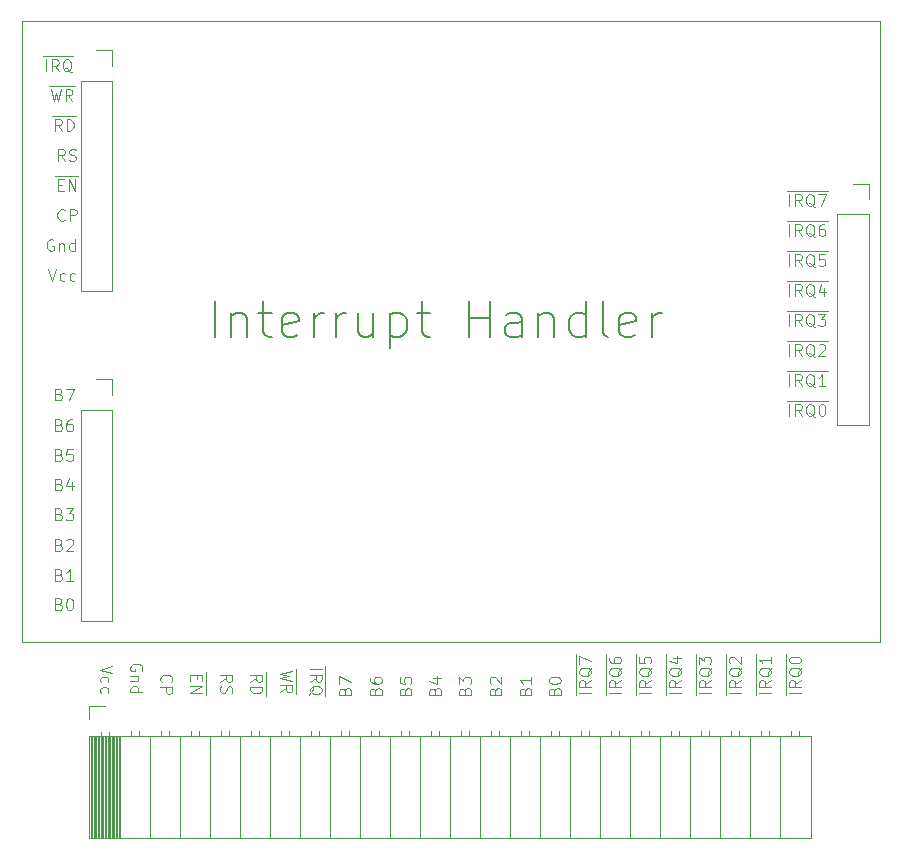
<source format=gbr>
%TF.GenerationSoftware,KiCad,Pcbnew,(6.0.0-0)*%
%TF.CreationDate,2022-10-19T23:34:28-04:00*%
%TF.ProjectId,Backplane-Interrupt-Handler,4261636b-706c-4616-9e65-2d496e746572,rev?*%
%TF.SameCoordinates,Original*%
%TF.FileFunction,Legend,Top*%
%TF.FilePolarity,Positive*%
%FSLAX46Y46*%
G04 Gerber Fmt 4.6, Leading zero omitted, Abs format (unit mm)*
G04 Created by KiCad (PCBNEW (6.0.0-0)) date 2022-10-19 23:34:28*
%MOMM*%
%LPD*%
G01*
G04 APERTURE LIST*
%ADD10C,0.100000*%
%ADD11C,0.150000*%
%ADD12C,0.120000*%
G04 APERTURE END LIST*
D10*
X176350000Y-60712000D02*
X103678000Y-60712000D01*
X103678000Y-60712000D02*
X103678000Y-113304000D01*
X103678000Y-113304000D02*
X176350000Y-113304000D01*
X176350000Y-113304000D02*
X176350000Y-60712000D01*
X115486857Y-116698523D02*
X115439238Y-116650904D01*
X115391619Y-116508047D01*
X115391619Y-116412809D01*
X115439238Y-116269952D01*
X115534476Y-116174714D01*
X115629714Y-116127095D01*
X115820190Y-116079476D01*
X115963047Y-116079476D01*
X116153523Y-116127095D01*
X116248761Y-116174714D01*
X116344000Y-116269952D01*
X116391619Y-116412809D01*
X116391619Y-116508047D01*
X116344000Y-116650904D01*
X116296380Y-116698523D01*
X115391619Y-117127095D02*
X116391619Y-117127095D01*
X116391619Y-117508047D01*
X116344000Y-117603285D01*
X116296380Y-117650904D01*
X116201142Y-117698523D01*
X116058285Y-117698523D01*
X115963047Y-117650904D01*
X115915428Y-117603285D01*
X115867809Y-117508047D01*
X115867809Y-117127095D01*
X106808428Y-102484571D02*
X106951285Y-102532190D01*
X106998904Y-102579809D01*
X107046523Y-102675047D01*
X107046523Y-102817904D01*
X106998904Y-102913142D01*
X106951285Y-102960761D01*
X106856047Y-103008380D01*
X106475095Y-103008380D01*
X106475095Y-102008380D01*
X106808428Y-102008380D01*
X106903666Y-102056000D01*
X106951285Y-102103619D01*
X106998904Y-102198857D01*
X106998904Y-102294095D01*
X106951285Y-102389333D01*
X106903666Y-102436952D01*
X106808428Y-102484571D01*
X106475095Y-102484571D01*
X107379857Y-102008380D02*
X107998904Y-102008380D01*
X107665571Y-102389333D01*
X107808428Y-102389333D01*
X107903666Y-102436952D01*
X107951285Y-102484571D01*
X107998904Y-102579809D01*
X107998904Y-102817904D01*
X107951285Y-102913142D01*
X107903666Y-102960761D01*
X107808428Y-103008380D01*
X107522714Y-103008380D01*
X107427476Y-102960761D01*
X107379857Y-102913142D01*
X126834000Y-115609000D02*
X126834000Y-116751857D01*
X126551619Y-115751857D02*
X125551619Y-115989952D01*
X126265904Y-116180428D01*
X125551619Y-116370904D01*
X126551619Y-116609000D01*
X126834000Y-116751857D02*
X126834000Y-117751857D01*
X125551619Y-117561380D02*
X126027809Y-117228047D01*
X125551619Y-116989952D02*
X126551619Y-116989952D01*
X126551619Y-117370904D01*
X126504000Y-117466142D01*
X126456380Y-117513761D01*
X126361142Y-117561380D01*
X126218285Y-117561380D01*
X126123047Y-117513761D01*
X126075428Y-117466142D01*
X126027809Y-117370904D01*
X126027809Y-116989952D01*
X106808428Y-107624571D02*
X106951285Y-107672190D01*
X106998904Y-107719809D01*
X107046523Y-107815047D01*
X107046523Y-107957904D01*
X106998904Y-108053142D01*
X106951285Y-108100761D01*
X106856047Y-108148380D01*
X106475095Y-108148380D01*
X106475095Y-107148380D01*
X106808428Y-107148380D01*
X106903666Y-107196000D01*
X106951285Y-107243619D01*
X106998904Y-107338857D01*
X106998904Y-107434095D01*
X106951285Y-107529333D01*
X106903666Y-107576952D01*
X106808428Y-107624571D01*
X106475095Y-107624571D01*
X107998904Y-108148380D02*
X107427476Y-108148380D01*
X107713190Y-108148380D02*
X107713190Y-107148380D01*
X107617952Y-107291238D01*
X107522714Y-107386476D01*
X107427476Y-107434095D01*
X119214000Y-115889000D02*
X119214000Y-116793761D01*
X118455428Y-116127095D02*
X118455428Y-116460428D01*
X117931619Y-116603285D02*
X117931619Y-116127095D01*
X118931619Y-116127095D01*
X118931619Y-116603285D01*
X119214000Y-116793761D02*
X119214000Y-117841380D01*
X117931619Y-117031857D02*
X118931619Y-117031857D01*
X117931619Y-117603285D01*
X118931619Y-117603285D01*
X106808428Y-105084571D02*
X106951285Y-105132190D01*
X106998904Y-105179809D01*
X107046523Y-105275047D01*
X107046523Y-105417904D01*
X106998904Y-105513142D01*
X106951285Y-105560761D01*
X106856047Y-105608380D01*
X106475095Y-105608380D01*
X106475095Y-104608380D01*
X106808428Y-104608380D01*
X106903666Y-104656000D01*
X106951285Y-104703619D01*
X106998904Y-104798857D01*
X106998904Y-104894095D01*
X106951285Y-104989333D01*
X106903666Y-105036952D01*
X106808428Y-105084571D01*
X106475095Y-105084571D01*
X107427476Y-104703619D02*
X107475095Y-104656000D01*
X107570333Y-104608380D01*
X107808428Y-104608380D01*
X107903666Y-104656000D01*
X107951285Y-104703619D01*
X107998904Y-104798857D01*
X107998904Y-104894095D01*
X107951285Y-105036952D01*
X107379857Y-105608380D01*
X107998904Y-105608380D01*
X141142571Y-117463571D02*
X141190190Y-117320714D01*
X141237809Y-117273095D01*
X141333047Y-117225476D01*
X141475904Y-117225476D01*
X141571142Y-117273095D01*
X141618761Y-117320714D01*
X141666380Y-117415952D01*
X141666380Y-117796904D01*
X140666380Y-117796904D01*
X140666380Y-117463571D01*
X140714000Y-117368333D01*
X140761619Y-117320714D01*
X140856857Y-117273095D01*
X140952095Y-117273095D01*
X141047333Y-117320714D01*
X141094952Y-117368333D01*
X141142571Y-117463571D01*
X141142571Y-117796904D01*
X140666380Y-116892142D02*
X140666380Y-116273095D01*
X141047333Y-116606428D01*
X141047333Y-116463571D01*
X141094952Y-116368333D01*
X141142571Y-116320714D01*
X141237809Y-116273095D01*
X141475904Y-116273095D01*
X141571142Y-116320714D01*
X141618761Y-116368333D01*
X141666380Y-116463571D01*
X141666380Y-116749285D01*
X141618761Y-116844523D01*
X141571142Y-116892142D01*
D11*
X119969714Y-87463142D02*
X119969714Y-84463142D01*
X121398285Y-85463142D02*
X121398285Y-87463142D01*
X121398285Y-85748857D02*
X121541142Y-85606000D01*
X121826857Y-85463142D01*
X122255428Y-85463142D01*
X122541142Y-85606000D01*
X122684000Y-85891714D01*
X122684000Y-87463142D01*
X123684000Y-85463142D02*
X124826857Y-85463142D01*
X124112571Y-84463142D02*
X124112571Y-87034571D01*
X124255428Y-87320285D01*
X124541142Y-87463142D01*
X124826857Y-87463142D01*
X126969714Y-87320285D02*
X126684000Y-87463142D01*
X126112571Y-87463142D01*
X125826857Y-87320285D01*
X125684000Y-87034571D01*
X125684000Y-85891714D01*
X125826857Y-85606000D01*
X126112571Y-85463142D01*
X126684000Y-85463142D01*
X126969714Y-85606000D01*
X127112571Y-85891714D01*
X127112571Y-86177428D01*
X125684000Y-86463142D01*
X128398285Y-87463142D02*
X128398285Y-85463142D01*
X128398285Y-86034571D02*
X128541142Y-85748857D01*
X128684000Y-85606000D01*
X128969714Y-85463142D01*
X129255428Y-85463142D01*
X130255428Y-87463142D02*
X130255428Y-85463142D01*
X130255428Y-86034571D02*
X130398285Y-85748857D01*
X130541142Y-85606000D01*
X130826857Y-85463142D01*
X131112571Y-85463142D01*
X133398285Y-85463142D02*
X133398285Y-87463142D01*
X132112571Y-85463142D02*
X132112571Y-87034571D01*
X132255428Y-87320285D01*
X132541142Y-87463142D01*
X132969714Y-87463142D01*
X133255428Y-87320285D01*
X133398285Y-87177428D01*
X134826857Y-85463142D02*
X134826857Y-88463142D01*
X134826857Y-85606000D02*
X135112571Y-85463142D01*
X135684000Y-85463142D01*
X135969714Y-85606000D01*
X136112571Y-85748857D01*
X136255428Y-86034571D01*
X136255428Y-86891714D01*
X136112571Y-87177428D01*
X135969714Y-87320285D01*
X135684000Y-87463142D01*
X135112571Y-87463142D01*
X134826857Y-87320285D01*
X137112571Y-85463142D02*
X138255428Y-85463142D01*
X137541142Y-84463142D02*
X137541142Y-87034571D01*
X137684000Y-87320285D01*
X137969714Y-87463142D01*
X138255428Y-87463142D01*
X141541142Y-87463142D02*
X141541142Y-84463142D01*
X141541142Y-85891714D02*
X143255428Y-85891714D01*
X143255428Y-87463142D02*
X143255428Y-84463142D01*
X145969714Y-87463142D02*
X145969714Y-85891714D01*
X145826857Y-85606000D01*
X145541142Y-85463142D01*
X144969714Y-85463142D01*
X144684000Y-85606000D01*
X145969714Y-87320285D02*
X145684000Y-87463142D01*
X144969714Y-87463142D01*
X144684000Y-87320285D01*
X144541142Y-87034571D01*
X144541142Y-86748857D01*
X144684000Y-86463142D01*
X144969714Y-86320285D01*
X145684000Y-86320285D01*
X145969714Y-86177428D01*
X147398285Y-85463142D02*
X147398285Y-87463142D01*
X147398285Y-85748857D02*
X147541142Y-85606000D01*
X147826857Y-85463142D01*
X148255428Y-85463142D01*
X148541142Y-85606000D01*
X148684000Y-85891714D01*
X148684000Y-87463142D01*
X151398285Y-87463142D02*
X151398285Y-84463142D01*
X151398285Y-87320285D02*
X151112571Y-87463142D01*
X150541142Y-87463142D01*
X150255428Y-87320285D01*
X150112571Y-87177428D01*
X149969714Y-86891714D01*
X149969714Y-86034571D01*
X150112571Y-85748857D01*
X150255428Y-85606000D01*
X150541142Y-85463142D01*
X151112571Y-85463142D01*
X151398285Y-85606000D01*
X153255428Y-87463142D02*
X152969714Y-87320285D01*
X152826857Y-87034571D01*
X152826857Y-84463142D01*
X155541142Y-87320285D02*
X155255428Y-87463142D01*
X154684000Y-87463142D01*
X154398285Y-87320285D01*
X154255428Y-87034571D01*
X154255428Y-85891714D01*
X154398285Y-85606000D01*
X154684000Y-85463142D01*
X155255428Y-85463142D01*
X155541142Y-85606000D01*
X155684000Y-85891714D01*
X155684000Y-86177428D01*
X154255428Y-86463142D01*
X156969714Y-87463142D02*
X156969714Y-85463142D01*
X156969714Y-86034571D02*
X157112571Y-85748857D01*
X157255428Y-85606000D01*
X157541142Y-85463142D01*
X157826857Y-85463142D01*
D10*
X106816428Y-97464571D02*
X106959285Y-97512190D01*
X107006904Y-97559809D01*
X107054523Y-97655047D01*
X107054523Y-97797904D01*
X107006904Y-97893142D01*
X106959285Y-97940761D01*
X106864047Y-97988380D01*
X106483095Y-97988380D01*
X106483095Y-96988380D01*
X106816428Y-96988380D01*
X106911666Y-97036000D01*
X106959285Y-97083619D01*
X107006904Y-97178857D01*
X107006904Y-97274095D01*
X106959285Y-97369333D01*
X106911666Y-97416952D01*
X106816428Y-97464571D01*
X106483095Y-97464571D01*
X107959285Y-96988380D02*
X107483095Y-96988380D01*
X107435476Y-97464571D01*
X107483095Y-97416952D01*
X107578333Y-97369333D01*
X107816428Y-97369333D01*
X107911666Y-97416952D01*
X107959285Y-97464571D01*
X108006904Y-97559809D01*
X108006904Y-97797904D01*
X107959285Y-97893142D01*
X107911666Y-97940761D01*
X107816428Y-97988380D01*
X107578333Y-97988380D01*
X107483095Y-97940761D01*
X107435476Y-97893142D01*
X105491000Y-63706000D02*
X105967190Y-63706000D01*
X105729095Y-64988380D02*
X105729095Y-63988380D01*
X105967190Y-63706000D02*
X106967190Y-63706000D01*
X106776714Y-64988380D02*
X106443380Y-64512190D01*
X106205285Y-64988380D02*
X106205285Y-63988380D01*
X106586238Y-63988380D01*
X106681476Y-64036000D01*
X106729095Y-64083619D01*
X106776714Y-64178857D01*
X106776714Y-64321714D01*
X106729095Y-64416952D01*
X106681476Y-64464571D01*
X106586238Y-64512190D01*
X106205285Y-64512190D01*
X106967190Y-63706000D02*
X108014809Y-63706000D01*
X107871952Y-65083619D02*
X107776714Y-65036000D01*
X107681476Y-64940761D01*
X107538619Y-64797904D01*
X107443380Y-64750285D01*
X107348142Y-64750285D01*
X107395761Y-64988380D02*
X107300523Y-64940761D01*
X107205285Y-64845523D01*
X107157666Y-64655047D01*
X107157666Y-64321714D01*
X107205285Y-64131238D01*
X107300523Y-64036000D01*
X107395761Y-63988380D01*
X107586238Y-63988380D01*
X107681476Y-64036000D01*
X107776714Y-64131238D01*
X107824333Y-64321714D01*
X107824333Y-64655047D01*
X107776714Y-64845523D01*
X107681476Y-64940761D01*
X107586238Y-64988380D01*
X107395761Y-64988380D01*
X106798428Y-92334571D02*
X106941285Y-92382190D01*
X106988904Y-92429809D01*
X107036523Y-92525047D01*
X107036523Y-92667904D01*
X106988904Y-92763142D01*
X106941285Y-92810761D01*
X106846047Y-92858380D01*
X106465095Y-92858380D01*
X106465095Y-91858380D01*
X106798428Y-91858380D01*
X106893666Y-91906000D01*
X106941285Y-91953619D01*
X106988904Y-92048857D01*
X106988904Y-92144095D01*
X106941285Y-92239333D01*
X106893666Y-92286952D01*
X106798428Y-92334571D01*
X106465095Y-92334571D01*
X107369857Y-91858380D02*
X108036523Y-91858380D01*
X107607952Y-92858380D01*
X107290523Y-77573142D02*
X107242904Y-77620761D01*
X107100047Y-77668380D01*
X107004809Y-77668380D01*
X106861952Y-77620761D01*
X106766714Y-77525523D01*
X106719095Y-77430285D01*
X106671476Y-77239809D01*
X106671476Y-77096952D01*
X106719095Y-76906476D01*
X106766714Y-76811238D01*
X106861952Y-76716000D01*
X107004809Y-76668380D01*
X107100047Y-76668380D01*
X107242904Y-76716000D01*
X107290523Y-76763619D01*
X107719095Y-77668380D02*
X107719095Y-76668380D01*
X108100047Y-76668380D01*
X108195285Y-76716000D01*
X108242904Y-76763619D01*
X108290523Y-76858857D01*
X108290523Y-77001714D01*
X108242904Y-77096952D01*
X108195285Y-77144571D01*
X108100047Y-77192190D01*
X107719095Y-77192190D01*
X120471619Y-116698523D02*
X120947809Y-116365190D01*
X120471619Y-116127095D02*
X121471619Y-116127095D01*
X121471619Y-116508047D01*
X121424000Y-116603285D01*
X121376380Y-116650904D01*
X121281142Y-116698523D01*
X121138285Y-116698523D01*
X121043047Y-116650904D01*
X120995428Y-116603285D01*
X120947809Y-116508047D01*
X120947809Y-116127095D01*
X120519238Y-117079476D02*
X120471619Y-117222333D01*
X120471619Y-117460428D01*
X120519238Y-117555666D01*
X120566857Y-117603285D01*
X120662095Y-117650904D01*
X120757333Y-117650904D01*
X120852571Y-117603285D01*
X120900190Y-117555666D01*
X120947809Y-117460428D01*
X120995428Y-117269952D01*
X121043047Y-117174714D01*
X121090666Y-117127095D01*
X121185904Y-117079476D01*
X121281142Y-117079476D01*
X121376380Y-117127095D01*
X121424000Y-117174714D01*
X121471619Y-117269952D01*
X121471619Y-117508047D01*
X121424000Y-117650904D01*
X158174000Y-117841190D02*
X158174000Y-117365000D01*
X159456380Y-117603095D02*
X158456380Y-117603095D01*
X158174000Y-117365000D02*
X158174000Y-116365000D01*
X159456380Y-116555476D02*
X158980190Y-116888809D01*
X159456380Y-117126904D02*
X158456380Y-117126904D01*
X158456380Y-116745952D01*
X158504000Y-116650714D01*
X158551619Y-116603095D01*
X158646857Y-116555476D01*
X158789714Y-116555476D01*
X158884952Y-116603095D01*
X158932571Y-116650714D01*
X158980190Y-116745952D01*
X158980190Y-117126904D01*
X158174000Y-116365000D02*
X158174000Y-115317380D01*
X159551619Y-115460238D02*
X159504000Y-115555476D01*
X159408761Y-115650714D01*
X159265904Y-115793571D01*
X159218285Y-115888809D01*
X159218285Y-115984047D01*
X159456380Y-115936428D02*
X159408761Y-116031666D01*
X159313523Y-116126904D01*
X159123047Y-116174523D01*
X158789714Y-116174523D01*
X158599238Y-116126904D01*
X158504000Y-116031666D01*
X158456380Y-115936428D01*
X158456380Y-115745952D01*
X158504000Y-115650714D01*
X158599238Y-115555476D01*
X158789714Y-115507857D01*
X159123047Y-115507857D01*
X159313523Y-115555476D01*
X159408761Y-115650714D01*
X159456380Y-115745952D01*
X159456380Y-115936428D01*
X158174000Y-115317380D02*
X158174000Y-114365000D01*
X158789714Y-114650714D02*
X159456380Y-114650714D01*
X158408761Y-114888809D02*
X159123047Y-115126904D01*
X159123047Y-114507857D01*
X163254000Y-117841190D02*
X163254000Y-117365000D01*
X164536380Y-117603095D02*
X163536380Y-117603095D01*
X163254000Y-117365000D02*
X163254000Y-116365000D01*
X164536380Y-116555476D02*
X164060190Y-116888809D01*
X164536380Y-117126904D02*
X163536380Y-117126904D01*
X163536380Y-116745952D01*
X163584000Y-116650714D01*
X163631619Y-116603095D01*
X163726857Y-116555476D01*
X163869714Y-116555476D01*
X163964952Y-116603095D01*
X164012571Y-116650714D01*
X164060190Y-116745952D01*
X164060190Y-117126904D01*
X163254000Y-116365000D02*
X163254000Y-115317380D01*
X164631619Y-115460238D02*
X164584000Y-115555476D01*
X164488761Y-115650714D01*
X164345904Y-115793571D01*
X164298285Y-115888809D01*
X164298285Y-115984047D01*
X164536380Y-115936428D02*
X164488761Y-116031666D01*
X164393523Y-116126904D01*
X164203047Y-116174523D01*
X163869714Y-116174523D01*
X163679238Y-116126904D01*
X163584000Y-116031666D01*
X163536380Y-115936428D01*
X163536380Y-115745952D01*
X163584000Y-115650714D01*
X163679238Y-115555476D01*
X163869714Y-115507857D01*
X164203047Y-115507857D01*
X164393523Y-115555476D01*
X164488761Y-115650714D01*
X164536380Y-115745952D01*
X164536380Y-115936428D01*
X163254000Y-115317380D02*
X163254000Y-114365000D01*
X163631619Y-115126904D02*
X163584000Y-115079285D01*
X163536380Y-114984047D01*
X163536380Y-114745952D01*
X163584000Y-114650714D01*
X163631619Y-114603095D01*
X163726857Y-114555476D01*
X163822095Y-114555476D01*
X163964952Y-114603095D01*
X164536380Y-115174523D01*
X164536380Y-114555476D01*
X160714000Y-117841190D02*
X160714000Y-117365000D01*
X161996380Y-117603095D02*
X160996380Y-117603095D01*
X160714000Y-117365000D02*
X160714000Y-116365000D01*
X161996380Y-116555476D02*
X161520190Y-116888809D01*
X161996380Y-117126904D02*
X160996380Y-117126904D01*
X160996380Y-116745952D01*
X161044000Y-116650714D01*
X161091619Y-116603095D01*
X161186857Y-116555476D01*
X161329714Y-116555476D01*
X161424952Y-116603095D01*
X161472571Y-116650714D01*
X161520190Y-116745952D01*
X161520190Y-117126904D01*
X160714000Y-116365000D02*
X160714000Y-115317380D01*
X162091619Y-115460238D02*
X162044000Y-115555476D01*
X161948761Y-115650714D01*
X161805904Y-115793571D01*
X161758285Y-115888809D01*
X161758285Y-115984047D01*
X161996380Y-115936428D02*
X161948761Y-116031666D01*
X161853523Y-116126904D01*
X161663047Y-116174523D01*
X161329714Y-116174523D01*
X161139238Y-116126904D01*
X161044000Y-116031666D01*
X160996380Y-115936428D01*
X160996380Y-115745952D01*
X161044000Y-115650714D01*
X161139238Y-115555476D01*
X161329714Y-115507857D01*
X161663047Y-115507857D01*
X161853523Y-115555476D01*
X161948761Y-115650714D01*
X161996380Y-115745952D01*
X161996380Y-115936428D01*
X160714000Y-115317380D02*
X160714000Y-114365000D01*
X160996380Y-115174523D02*
X160996380Y-114555476D01*
X161377333Y-114888809D01*
X161377333Y-114745952D01*
X161424952Y-114650714D01*
X161472571Y-114603095D01*
X161567809Y-114555476D01*
X161805904Y-114555476D01*
X161901142Y-114603095D01*
X161948761Y-114650714D01*
X161996380Y-114745952D01*
X161996380Y-115031666D01*
X161948761Y-115126904D01*
X161901142Y-115174523D01*
X106335380Y-79256000D02*
X106240142Y-79208380D01*
X106097285Y-79208380D01*
X105954428Y-79256000D01*
X105859190Y-79351238D01*
X105811571Y-79446476D01*
X105763952Y-79636952D01*
X105763952Y-79779809D01*
X105811571Y-79970285D01*
X105859190Y-80065523D01*
X105954428Y-80160761D01*
X106097285Y-80208380D01*
X106192523Y-80208380D01*
X106335380Y-80160761D01*
X106383000Y-80113142D01*
X106383000Y-79779809D01*
X106192523Y-79779809D01*
X106811571Y-79541714D02*
X106811571Y-80208380D01*
X106811571Y-79636952D02*
X106859190Y-79589333D01*
X106954428Y-79541714D01*
X107097285Y-79541714D01*
X107192523Y-79589333D01*
X107240142Y-79684571D01*
X107240142Y-80208380D01*
X108144904Y-80208380D02*
X108144904Y-79208380D01*
X108144904Y-80160761D02*
X108049666Y-80208380D01*
X107859190Y-80208380D01*
X107763952Y-80160761D01*
X107716333Y-80113142D01*
X107668714Y-80017904D01*
X107668714Y-79732190D01*
X107716333Y-79636952D01*
X107763952Y-79589333D01*
X107859190Y-79541714D01*
X108049666Y-79541714D01*
X108144904Y-79589333D01*
X168406809Y-87816000D02*
X168883000Y-87816000D01*
X168644904Y-89098380D02*
X168644904Y-88098380D01*
X168883000Y-87816000D02*
X169883000Y-87816000D01*
X169692523Y-89098380D02*
X169359190Y-88622190D01*
X169121095Y-89098380D02*
X169121095Y-88098380D01*
X169502047Y-88098380D01*
X169597285Y-88146000D01*
X169644904Y-88193619D01*
X169692523Y-88288857D01*
X169692523Y-88431714D01*
X169644904Y-88526952D01*
X169597285Y-88574571D01*
X169502047Y-88622190D01*
X169121095Y-88622190D01*
X169883000Y-87816000D02*
X170930619Y-87816000D01*
X170787761Y-89193619D02*
X170692523Y-89146000D01*
X170597285Y-89050761D01*
X170454428Y-88907904D01*
X170359190Y-88860285D01*
X170263952Y-88860285D01*
X170311571Y-89098380D02*
X170216333Y-89050761D01*
X170121095Y-88955523D01*
X170073476Y-88765047D01*
X170073476Y-88431714D01*
X170121095Y-88241238D01*
X170216333Y-88146000D01*
X170311571Y-88098380D01*
X170502047Y-88098380D01*
X170597285Y-88146000D01*
X170692523Y-88241238D01*
X170740142Y-88431714D01*
X170740142Y-88765047D01*
X170692523Y-88955523D01*
X170597285Y-89050761D01*
X170502047Y-89098380D01*
X170311571Y-89098380D01*
X170930619Y-87816000D02*
X171883000Y-87816000D01*
X171121095Y-88193619D02*
X171168714Y-88146000D01*
X171263952Y-88098380D01*
X171502047Y-88098380D01*
X171597285Y-88146000D01*
X171644904Y-88193619D01*
X171692523Y-88288857D01*
X171692523Y-88384095D01*
X171644904Y-88526952D01*
X171073476Y-89098380D01*
X171692523Y-89098380D01*
X146282571Y-117463571D02*
X146330190Y-117320714D01*
X146377809Y-117273095D01*
X146473047Y-117225476D01*
X146615904Y-117225476D01*
X146711142Y-117273095D01*
X146758761Y-117320714D01*
X146806380Y-117415952D01*
X146806380Y-117796904D01*
X145806380Y-117796904D01*
X145806380Y-117463571D01*
X145854000Y-117368333D01*
X145901619Y-117320714D01*
X145996857Y-117273095D01*
X146092095Y-117273095D01*
X146187333Y-117320714D01*
X146234952Y-117368333D01*
X146282571Y-117463571D01*
X146282571Y-117796904D01*
X146806380Y-116273095D02*
X146806380Y-116844523D01*
X146806380Y-116558809D02*
X145806380Y-116558809D01*
X145949238Y-116654047D01*
X146044476Y-116749285D01*
X146092095Y-116844523D01*
X136122571Y-117455571D02*
X136170190Y-117312714D01*
X136217809Y-117265095D01*
X136313047Y-117217476D01*
X136455904Y-117217476D01*
X136551142Y-117265095D01*
X136598761Y-117312714D01*
X136646380Y-117407952D01*
X136646380Y-117788904D01*
X135646380Y-117788904D01*
X135646380Y-117455571D01*
X135694000Y-117360333D01*
X135741619Y-117312714D01*
X135836857Y-117265095D01*
X135932095Y-117265095D01*
X136027333Y-117312714D01*
X136074952Y-117360333D01*
X136122571Y-117455571D01*
X136122571Y-117788904D01*
X135646380Y-116312714D02*
X135646380Y-116788904D01*
X136122571Y-116836523D01*
X136074952Y-116788904D01*
X136027333Y-116693666D01*
X136027333Y-116455571D01*
X136074952Y-116360333D01*
X136122571Y-116312714D01*
X136217809Y-116265095D01*
X136455904Y-116265095D01*
X136551142Y-116312714D01*
X136598761Y-116360333D01*
X136646380Y-116455571D01*
X136646380Y-116693666D01*
X136598761Y-116788904D01*
X136551142Y-116836523D01*
X106227000Y-68766000D02*
X107227000Y-68766000D01*
X107036523Y-70048380D02*
X106703190Y-69572190D01*
X106465095Y-70048380D02*
X106465095Y-69048380D01*
X106846047Y-69048380D01*
X106941285Y-69096000D01*
X106988904Y-69143619D01*
X107036523Y-69238857D01*
X107036523Y-69381714D01*
X106988904Y-69476952D01*
X106941285Y-69524571D01*
X106846047Y-69572190D01*
X106465095Y-69572190D01*
X107227000Y-68766000D02*
X108227000Y-68766000D01*
X107465095Y-70048380D02*
X107465095Y-69048380D01*
X107703190Y-69048380D01*
X107846047Y-69096000D01*
X107941285Y-69191238D01*
X107988904Y-69286476D01*
X108036523Y-69476952D01*
X108036523Y-69619809D01*
X107988904Y-69810285D01*
X107941285Y-69905523D01*
X107846047Y-70000761D01*
X107703190Y-70048380D01*
X107465095Y-70048380D01*
X168334000Y-117841190D02*
X168334000Y-117365000D01*
X169616380Y-117603095D02*
X168616380Y-117603095D01*
X168334000Y-117365000D02*
X168334000Y-116365000D01*
X169616380Y-116555476D02*
X169140190Y-116888809D01*
X169616380Y-117126904D02*
X168616380Y-117126904D01*
X168616380Y-116745952D01*
X168664000Y-116650714D01*
X168711619Y-116603095D01*
X168806857Y-116555476D01*
X168949714Y-116555476D01*
X169044952Y-116603095D01*
X169092571Y-116650714D01*
X169140190Y-116745952D01*
X169140190Y-117126904D01*
X168334000Y-116365000D02*
X168334000Y-115317380D01*
X169711619Y-115460238D02*
X169664000Y-115555476D01*
X169568761Y-115650714D01*
X169425904Y-115793571D01*
X169378285Y-115888809D01*
X169378285Y-115984047D01*
X169616380Y-115936428D02*
X169568761Y-116031666D01*
X169473523Y-116126904D01*
X169283047Y-116174523D01*
X168949714Y-116174523D01*
X168759238Y-116126904D01*
X168664000Y-116031666D01*
X168616380Y-115936428D01*
X168616380Y-115745952D01*
X168664000Y-115650714D01*
X168759238Y-115555476D01*
X168949714Y-115507857D01*
X169283047Y-115507857D01*
X169473523Y-115555476D01*
X169568761Y-115650714D01*
X169616380Y-115745952D01*
X169616380Y-115936428D01*
X168334000Y-115317380D02*
X168334000Y-114365000D01*
X168616380Y-114888809D02*
X168616380Y-114793571D01*
X168664000Y-114698333D01*
X168711619Y-114650714D01*
X168806857Y-114603095D01*
X168997333Y-114555476D01*
X169235428Y-114555476D01*
X169425904Y-114603095D01*
X169521142Y-114650714D01*
X169568761Y-114698333D01*
X169616380Y-114793571D01*
X169616380Y-114888809D01*
X169568761Y-114984047D01*
X169521142Y-115031666D01*
X169425904Y-115079285D01*
X169235428Y-115126904D01*
X168997333Y-115126904D01*
X168806857Y-115079285D01*
X168711619Y-115031666D01*
X168664000Y-114984047D01*
X168616380Y-114888809D01*
X106816428Y-99954571D02*
X106959285Y-100002190D01*
X107006904Y-100049809D01*
X107054523Y-100145047D01*
X107054523Y-100287904D01*
X107006904Y-100383142D01*
X106959285Y-100430761D01*
X106864047Y-100478380D01*
X106483095Y-100478380D01*
X106483095Y-99478380D01*
X106816428Y-99478380D01*
X106911666Y-99526000D01*
X106959285Y-99573619D01*
X107006904Y-99668857D01*
X107006904Y-99764095D01*
X106959285Y-99859333D01*
X106911666Y-99906952D01*
X106816428Y-99954571D01*
X106483095Y-99954571D01*
X107911666Y-99811714D02*
X107911666Y-100478380D01*
X107673571Y-99430761D02*
X107435476Y-100145047D01*
X108054523Y-100145047D01*
X129354000Y-115381000D02*
X129354000Y-115857190D01*
X128071619Y-115619095D02*
X129071619Y-115619095D01*
X129354000Y-115857190D02*
X129354000Y-116857190D01*
X128071619Y-116666714D02*
X128547809Y-116333380D01*
X128071619Y-116095285D02*
X129071619Y-116095285D01*
X129071619Y-116476238D01*
X129024000Y-116571476D01*
X128976380Y-116619095D01*
X128881142Y-116666714D01*
X128738285Y-116666714D01*
X128643047Y-116619095D01*
X128595428Y-116571476D01*
X128547809Y-116476238D01*
X128547809Y-116095285D01*
X129354000Y-116857190D02*
X129354000Y-117904809D01*
X127976380Y-117761952D02*
X128024000Y-117666714D01*
X128119238Y-117571476D01*
X128262095Y-117428619D01*
X128309714Y-117333380D01*
X128309714Y-117238142D01*
X128071619Y-117285761D02*
X128119238Y-117190523D01*
X128214476Y-117095285D01*
X128404952Y-117047666D01*
X128738285Y-117047666D01*
X128928761Y-117095285D01*
X129024000Y-117190523D01*
X129071619Y-117285761D01*
X129071619Y-117476238D01*
X129024000Y-117571476D01*
X128928761Y-117666714D01*
X128738285Y-117714333D01*
X128404952Y-117714333D01*
X128214476Y-117666714D01*
X128119238Y-117571476D01*
X128071619Y-117476238D01*
X128071619Y-117285761D01*
X113804000Y-115743380D02*
X113851619Y-115648142D01*
X113851619Y-115505285D01*
X113804000Y-115362428D01*
X113708761Y-115267190D01*
X113613523Y-115219571D01*
X113423047Y-115171952D01*
X113280190Y-115171952D01*
X113089714Y-115219571D01*
X112994476Y-115267190D01*
X112899238Y-115362428D01*
X112851619Y-115505285D01*
X112851619Y-115600523D01*
X112899238Y-115743380D01*
X112946857Y-115791000D01*
X113280190Y-115791000D01*
X113280190Y-115600523D01*
X113518285Y-116219571D02*
X112851619Y-116219571D01*
X113423047Y-116219571D02*
X113470666Y-116267190D01*
X113518285Y-116362428D01*
X113518285Y-116505285D01*
X113470666Y-116600523D01*
X113375428Y-116648142D01*
X112851619Y-116648142D01*
X112851619Y-117552904D02*
X113851619Y-117552904D01*
X112899238Y-117552904D02*
X112851619Y-117457666D01*
X112851619Y-117267190D01*
X112899238Y-117171952D01*
X112946857Y-117124333D01*
X113042095Y-117076714D01*
X113327809Y-117076714D01*
X113423047Y-117124333D01*
X113470666Y-117171952D01*
X113518285Y-117267190D01*
X113518285Y-117457666D01*
X113470666Y-117552904D01*
X106808428Y-110094571D02*
X106951285Y-110142190D01*
X106998904Y-110189809D01*
X107046523Y-110285047D01*
X107046523Y-110427904D01*
X106998904Y-110523142D01*
X106951285Y-110570761D01*
X106856047Y-110618380D01*
X106475095Y-110618380D01*
X106475095Y-109618380D01*
X106808428Y-109618380D01*
X106903666Y-109666000D01*
X106951285Y-109713619D01*
X106998904Y-109808857D01*
X106998904Y-109904095D01*
X106951285Y-109999333D01*
X106903666Y-110046952D01*
X106808428Y-110094571D01*
X106475095Y-110094571D01*
X107665571Y-109618380D02*
X107760809Y-109618380D01*
X107856047Y-109666000D01*
X107903666Y-109713619D01*
X107951285Y-109808857D01*
X107998904Y-109999333D01*
X107998904Y-110237428D01*
X107951285Y-110427904D01*
X107903666Y-110523142D01*
X107856047Y-110570761D01*
X107760809Y-110618380D01*
X107665571Y-110618380D01*
X107570333Y-110570761D01*
X107522714Y-110523142D01*
X107475095Y-110427904D01*
X107427476Y-110237428D01*
X107427476Y-109999333D01*
X107475095Y-109808857D01*
X107522714Y-109713619D01*
X107570333Y-109666000D01*
X107665571Y-109618380D01*
X130992571Y-117473571D02*
X131040190Y-117330714D01*
X131087809Y-117283095D01*
X131183047Y-117235476D01*
X131325904Y-117235476D01*
X131421142Y-117283095D01*
X131468761Y-117330714D01*
X131516380Y-117425952D01*
X131516380Y-117806904D01*
X130516380Y-117806904D01*
X130516380Y-117473571D01*
X130564000Y-117378333D01*
X130611619Y-117330714D01*
X130706857Y-117283095D01*
X130802095Y-117283095D01*
X130897333Y-117330714D01*
X130944952Y-117378333D01*
X130992571Y-117473571D01*
X130992571Y-117806904D01*
X130516380Y-116902142D02*
X130516380Y-116235476D01*
X131516380Y-116664047D01*
X148752571Y-117463571D02*
X148800190Y-117320714D01*
X148847809Y-117273095D01*
X148943047Y-117225476D01*
X149085904Y-117225476D01*
X149181142Y-117273095D01*
X149228761Y-117320714D01*
X149276380Y-117415952D01*
X149276380Y-117796904D01*
X148276380Y-117796904D01*
X148276380Y-117463571D01*
X148324000Y-117368333D01*
X148371619Y-117320714D01*
X148466857Y-117273095D01*
X148562095Y-117273095D01*
X148657333Y-117320714D01*
X148704952Y-117368333D01*
X148752571Y-117463571D01*
X148752571Y-117796904D01*
X148276380Y-116606428D02*
X148276380Y-116511190D01*
X148324000Y-116415952D01*
X148371619Y-116368333D01*
X148466857Y-116320714D01*
X148657333Y-116273095D01*
X148895428Y-116273095D01*
X149085904Y-116320714D01*
X149181142Y-116368333D01*
X149228761Y-116415952D01*
X149276380Y-116511190D01*
X149276380Y-116606428D01*
X149228761Y-116701666D01*
X149181142Y-116749285D01*
X149085904Y-116796904D01*
X148895428Y-116844523D01*
X148657333Y-116844523D01*
X148466857Y-116796904D01*
X148371619Y-116749285D01*
X148324000Y-116701666D01*
X148276380Y-116606428D01*
X143742571Y-117463571D02*
X143790190Y-117320714D01*
X143837809Y-117273095D01*
X143933047Y-117225476D01*
X144075904Y-117225476D01*
X144171142Y-117273095D01*
X144218761Y-117320714D01*
X144266380Y-117415952D01*
X144266380Y-117796904D01*
X143266380Y-117796904D01*
X143266380Y-117463571D01*
X143314000Y-117368333D01*
X143361619Y-117320714D01*
X143456857Y-117273095D01*
X143552095Y-117273095D01*
X143647333Y-117320714D01*
X143694952Y-117368333D01*
X143742571Y-117463571D01*
X143742571Y-117796904D01*
X143361619Y-116844523D02*
X143314000Y-116796904D01*
X143266380Y-116701666D01*
X143266380Y-116463571D01*
X143314000Y-116368333D01*
X143361619Y-116320714D01*
X143456857Y-116273095D01*
X143552095Y-116273095D01*
X143694952Y-116320714D01*
X144266380Y-116892142D01*
X144266380Y-116273095D01*
X133592571Y-117463571D02*
X133640190Y-117320714D01*
X133687809Y-117273095D01*
X133783047Y-117225476D01*
X133925904Y-117225476D01*
X134021142Y-117273095D01*
X134068761Y-117320714D01*
X134116380Y-117415952D01*
X134116380Y-117796904D01*
X133116380Y-117796904D01*
X133116380Y-117463571D01*
X133164000Y-117368333D01*
X133211619Y-117320714D01*
X133306857Y-117273095D01*
X133402095Y-117273095D01*
X133497333Y-117320714D01*
X133544952Y-117368333D01*
X133592571Y-117463571D01*
X133592571Y-117796904D01*
X133116380Y-116368333D02*
X133116380Y-116558809D01*
X133164000Y-116654047D01*
X133211619Y-116701666D01*
X133354476Y-116796904D01*
X133544952Y-116844523D01*
X133925904Y-116844523D01*
X134021142Y-116796904D01*
X134068761Y-116749285D01*
X134116380Y-116654047D01*
X134116380Y-116463571D01*
X134068761Y-116368333D01*
X134021142Y-116320714D01*
X133925904Y-116273095D01*
X133687809Y-116273095D01*
X133592571Y-116320714D01*
X133544952Y-116368333D01*
X133497333Y-116463571D01*
X133497333Y-116654047D01*
X133544952Y-116749285D01*
X133592571Y-116796904D01*
X133687809Y-116844523D01*
X138612571Y-117455571D02*
X138660190Y-117312714D01*
X138707809Y-117265095D01*
X138803047Y-117217476D01*
X138945904Y-117217476D01*
X139041142Y-117265095D01*
X139088761Y-117312714D01*
X139136380Y-117407952D01*
X139136380Y-117788904D01*
X138136380Y-117788904D01*
X138136380Y-117455571D01*
X138184000Y-117360333D01*
X138231619Y-117312714D01*
X138326857Y-117265095D01*
X138422095Y-117265095D01*
X138517333Y-117312714D01*
X138564952Y-117360333D01*
X138612571Y-117455571D01*
X138612571Y-117788904D01*
X138469714Y-116360333D02*
X139136380Y-116360333D01*
X138088761Y-116598428D02*
X138803047Y-116836523D01*
X138803047Y-116217476D01*
X155634000Y-117841190D02*
X155634000Y-117365000D01*
X156916380Y-117603095D02*
X155916380Y-117603095D01*
X155634000Y-117365000D02*
X155634000Y-116365000D01*
X156916380Y-116555476D02*
X156440190Y-116888809D01*
X156916380Y-117126904D02*
X155916380Y-117126904D01*
X155916380Y-116745952D01*
X155964000Y-116650714D01*
X156011619Y-116603095D01*
X156106857Y-116555476D01*
X156249714Y-116555476D01*
X156344952Y-116603095D01*
X156392571Y-116650714D01*
X156440190Y-116745952D01*
X156440190Y-117126904D01*
X155634000Y-116365000D02*
X155634000Y-115317380D01*
X157011619Y-115460238D02*
X156964000Y-115555476D01*
X156868761Y-115650714D01*
X156725904Y-115793571D01*
X156678285Y-115888809D01*
X156678285Y-115984047D01*
X156916380Y-115936428D02*
X156868761Y-116031666D01*
X156773523Y-116126904D01*
X156583047Y-116174523D01*
X156249714Y-116174523D01*
X156059238Y-116126904D01*
X155964000Y-116031666D01*
X155916380Y-115936428D01*
X155916380Y-115745952D01*
X155964000Y-115650714D01*
X156059238Y-115555476D01*
X156249714Y-115507857D01*
X156583047Y-115507857D01*
X156773523Y-115555476D01*
X156868761Y-115650714D01*
X156916380Y-115745952D01*
X156916380Y-115936428D01*
X155634000Y-115317380D02*
X155634000Y-114365000D01*
X155916380Y-114603095D02*
X155916380Y-115079285D01*
X156392571Y-115126904D01*
X156344952Y-115079285D01*
X156297333Y-114984047D01*
X156297333Y-114745952D01*
X156344952Y-114650714D01*
X156392571Y-114603095D01*
X156487809Y-114555476D01*
X156725904Y-114555476D01*
X156821142Y-114603095D01*
X156868761Y-114650714D01*
X156916380Y-114745952D01*
X156916380Y-114984047D01*
X156868761Y-115079285D01*
X156821142Y-115126904D01*
X153094000Y-117841190D02*
X153094000Y-117365000D01*
X154376380Y-117603095D02*
X153376380Y-117603095D01*
X153094000Y-117365000D02*
X153094000Y-116365000D01*
X154376380Y-116555476D02*
X153900190Y-116888809D01*
X154376380Y-117126904D02*
X153376380Y-117126904D01*
X153376380Y-116745952D01*
X153424000Y-116650714D01*
X153471619Y-116603095D01*
X153566857Y-116555476D01*
X153709714Y-116555476D01*
X153804952Y-116603095D01*
X153852571Y-116650714D01*
X153900190Y-116745952D01*
X153900190Y-117126904D01*
X153094000Y-116365000D02*
X153094000Y-115317380D01*
X154471619Y-115460238D02*
X154424000Y-115555476D01*
X154328761Y-115650714D01*
X154185904Y-115793571D01*
X154138285Y-115888809D01*
X154138285Y-115984047D01*
X154376380Y-115936428D02*
X154328761Y-116031666D01*
X154233523Y-116126904D01*
X154043047Y-116174523D01*
X153709714Y-116174523D01*
X153519238Y-116126904D01*
X153424000Y-116031666D01*
X153376380Y-115936428D01*
X153376380Y-115745952D01*
X153424000Y-115650714D01*
X153519238Y-115555476D01*
X153709714Y-115507857D01*
X154043047Y-115507857D01*
X154233523Y-115555476D01*
X154328761Y-115650714D01*
X154376380Y-115745952D01*
X154376380Y-115936428D01*
X153094000Y-115317380D02*
X153094000Y-114365000D01*
X153376380Y-114650714D02*
X153376380Y-114841190D01*
X153424000Y-114936428D01*
X153471619Y-114984047D01*
X153614476Y-115079285D01*
X153804952Y-115126904D01*
X154185904Y-115126904D01*
X154281142Y-115079285D01*
X154328761Y-115031666D01*
X154376380Y-114936428D01*
X154376380Y-114745952D01*
X154328761Y-114650714D01*
X154281142Y-114603095D01*
X154185904Y-114555476D01*
X153947809Y-114555476D01*
X153852571Y-114603095D01*
X153804952Y-114650714D01*
X153757333Y-114745952D01*
X153757333Y-114936428D01*
X153804952Y-115031666D01*
X153852571Y-115079285D01*
X153947809Y-115126904D01*
X105906809Y-81748380D02*
X106240142Y-82748380D01*
X106573476Y-81748380D01*
X107335380Y-82700761D02*
X107240142Y-82748380D01*
X107049666Y-82748380D01*
X106954428Y-82700761D01*
X106906809Y-82653142D01*
X106859190Y-82557904D01*
X106859190Y-82272190D01*
X106906809Y-82176952D01*
X106954428Y-82129333D01*
X107049666Y-82081714D01*
X107240142Y-82081714D01*
X107335380Y-82129333D01*
X108192523Y-82700761D02*
X108097285Y-82748380D01*
X107906809Y-82748380D01*
X107811571Y-82700761D01*
X107763952Y-82653142D01*
X107716333Y-82557904D01*
X107716333Y-82272190D01*
X107763952Y-82176952D01*
X107811571Y-82129333D01*
X107906809Y-82081714D01*
X108097285Y-82081714D01*
X108192523Y-82129333D01*
X168406809Y-75116000D02*
X168883000Y-75116000D01*
X168644904Y-76398380D02*
X168644904Y-75398380D01*
X168883000Y-75116000D02*
X169883000Y-75116000D01*
X169692523Y-76398380D02*
X169359190Y-75922190D01*
X169121095Y-76398380D02*
X169121095Y-75398380D01*
X169502047Y-75398380D01*
X169597285Y-75446000D01*
X169644904Y-75493619D01*
X169692523Y-75588857D01*
X169692523Y-75731714D01*
X169644904Y-75826952D01*
X169597285Y-75874571D01*
X169502047Y-75922190D01*
X169121095Y-75922190D01*
X169883000Y-75116000D02*
X170930619Y-75116000D01*
X170787761Y-76493619D02*
X170692523Y-76446000D01*
X170597285Y-76350761D01*
X170454428Y-76207904D01*
X170359190Y-76160285D01*
X170263952Y-76160285D01*
X170311571Y-76398380D02*
X170216333Y-76350761D01*
X170121095Y-76255523D01*
X170073476Y-76065047D01*
X170073476Y-75731714D01*
X170121095Y-75541238D01*
X170216333Y-75446000D01*
X170311571Y-75398380D01*
X170502047Y-75398380D01*
X170597285Y-75446000D01*
X170692523Y-75541238D01*
X170740142Y-75731714D01*
X170740142Y-76065047D01*
X170692523Y-76255523D01*
X170597285Y-76350761D01*
X170502047Y-76398380D01*
X170311571Y-76398380D01*
X170930619Y-75116000D02*
X171883000Y-75116000D01*
X171073476Y-75398380D02*
X171740142Y-75398380D01*
X171311571Y-76398380D01*
X168406809Y-90356000D02*
X168883000Y-90356000D01*
X168644904Y-91638380D02*
X168644904Y-90638380D01*
X168883000Y-90356000D02*
X169883000Y-90356000D01*
X169692523Y-91638380D02*
X169359190Y-91162190D01*
X169121095Y-91638380D02*
X169121095Y-90638380D01*
X169502047Y-90638380D01*
X169597285Y-90686000D01*
X169644904Y-90733619D01*
X169692523Y-90828857D01*
X169692523Y-90971714D01*
X169644904Y-91066952D01*
X169597285Y-91114571D01*
X169502047Y-91162190D01*
X169121095Y-91162190D01*
X169883000Y-90356000D02*
X170930619Y-90356000D01*
X170787761Y-91733619D02*
X170692523Y-91686000D01*
X170597285Y-91590761D01*
X170454428Y-91447904D01*
X170359190Y-91400285D01*
X170263952Y-91400285D01*
X170311571Y-91638380D02*
X170216333Y-91590761D01*
X170121095Y-91495523D01*
X170073476Y-91305047D01*
X170073476Y-90971714D01*
X170121095Y-90781238D01*
X170216333Y-90686000D01*
X170311571Y-90638380D01*
X170502047Y-90638380D01*
X170597285Y-90686000D01*
X170692523Y-90781238D01*
X170740142Y-90971714D01*
X170740142Y-91305047D01*
X170692523Y-91495523D01*
X170597285Y-91590761D01*
X170502047Y-91638380D01*
X170311571Y-91638380D01*
X170930619Y-90356000D02*
X171883000Y-90356000D01*
X171692523Y-91638380D02*
X171121095Y-91638380D01*
X171406809Y-91638380D02*
X171406809Y-90638380D01*
X171311571Y-90781238D01*
X171216333Y-90876476D01*
X171121095Y-90924095D01*
X150554000Y-117841190D02*
X150554000Y-117365000D01*
X151836380Y-117603095D02*
X150836380Y-117603095D01*
X150554000Y-117365000D02*
X150554000Y-116365000D01*
X151836380Y-116555476D02*
X151360190Y-116888809D01*
X151836380Y-117126904D02*
X150836380Y-117126904D01*
X150836380Y-116745952D01*
X150884000Y-116650714D01*
X150931619Y-116603095D01*
X151026857Y-116555476D01*
X151169714Y-116555476D01*
X151264952Y-116603095D01*
X151312571Y-116650714D01*
X151360190Y-116745952D01*
X151360190Y-117126904D01*
X150554000Y-116365000D02*
X150554000Y-115317380D01*
X151931619Y-115460238D02*
X151884000Y-115555476D01*
X151788761Y-115650714D01*
X151645904Y-115793571D01*
X151598285Y-115888809D01*
X151598285Y-115984047D01*
X151836380Y-115936428D02*
X151788761Y-116031666D01*
X151693523Y-116126904D01*
X151503047Y-116174523D01*
X151169714Y-116174523D01*
X150979238Y-116126904D01*
X150884000Y-116031666D01*
X150836380Y-115936428D01*
X150836380Y-115745952D01*
X150884000Y-115650714D01*
X150979238Y-115555476D01*
X151169714Y-115507857D01*
X151503047Y-115507857D01*
X151693523Y-115555476D01*
X151788761Y-115650714D01*
X151836380Y-115745952D01*
X151836380Y-115936428D01*
X150554000Y-115317380D02*
X150554000Y-114365000D01*
X150836380Y-115174523D02*
X150836380Y-114507857D01*
X151836380Y-114936428D01*
X168406809Y-82736000D02*
X168883000Y-82736000D01*
X168644904Y-84018380D02*
X168644904Y-83018380D01*
X168883000Y-82736000D02*
X169883000Y-82736000D01*
X169692523Y-84018380D02*
X169359190Y-83542190D01*
X169121095Y-84018380D02*
X169121095Y-83018380D01*
X169502047Y-83018380D01*
X169597285Y-83066000D01*
X169644904Y-83113619D01*
X169692523Y-83208857D01*
X169692523Y-83351714D01*
X169644904Y-83446952D01*
X169597285Y-83494571D01*
X169502047Y-83542190D01*
X169121095Y-83542190D01*
X169883000Y-82736000D02*
X170930619Y-82736000D01*
X170787761Y-84113619D02*
X170692523Y-84066000D01*
X170597285Y-83970761D01*
X170454428Y-83827904D01*
X170359190Y-83780285D01*
X170263952Y-83780285D01*
X170311571Y-84018380D02*
X170216333Y-83970761D01*
X170121095Y-83875523D01*
X170073476Y-83685047D01*
X170073476Y-83351714D01*
X170121095Y-83161238D01*
X170216333Y-83066000D01*
X170311571Y-83018380D01*
X170502047Y-83018380D01*
X170597285Y-83066000D01*
X170692523Y-83161238D01*
X170740142Y-83351714D01*
X170740142Y-83685047D01*
X170692523Y-83875523D01*
X170597285Y-83970761D01*
X170502047Y-84018380D01*
X170311571Y-84018380D01*
X170930619Y-82736000D02*
X171883000Y-82736000D01*
X171597285Y-83351714D02*
X171597285Y-84018380D01*
X171359190Y-82970761D02*
X171121095Y-83685047D01*
X171740142Y-83685047D01*
X168406809Y-92896000D02*
X168883000Y-92896000D01*
X168644904Y-94178380D02*
X168644904Y-93178380D01*
X168883000Y-92896000D02*
X169883000Y-92896000D01*
X169692523Y-94178380D02*
X169359190Y-93702190D01*
X169121095Y-94178380D02*
X169121095Y-93178380D01*
X169502047Y-93178380D01*
X169597285Y-93226000D01*
X169644904Y-93273619D01*
X169692523Y-93368857D01*
X169692523Y-93511714D01*
X169644904Y-93606952D01*
X169597285Y-93654571D01*
X169502047Y-93702190D01*
X169121095Y-93702190D01*
X169883000Y-92896000D02*
X170930619Y-92896000D01*
X170787761Y-94273619D02*
X170692523Y-94226000D01*
X170597285Y-94130761D01*
X170454428Y-93987904D01*
X170359190Y-93940285D01*
X170263952Y-93940285D01*
X170311571Y-94178380D02*
X170216333Y-94130761D01*
X170121095Y-94035523D01*
X170073476Y-93845047D01*
X170073476Y-93511714D01*
X170121095Y-93321238D01*
X170216333Y-93226000D01*
X170311571Y-93178380D01*
X170502047Y-93178380D01*
X170597285Y-93226000D01*
X170692523Y-93321238D01*
X170740142Y-93511714D01*
X170740142Y-93845047D01*
X170692523Y-94035523D01*
X170597285Y-94130761D01*
X170502047Y-94178380D01*
X170311571Y-94178380D01*
X170930619Y-92896000D02*
X171883000Y-92896000D01*
X171359190Y-93178380D02*
X171454428Y-93178380D01*
X171549666Y-93226000D01*
X171597285Y-93273619D01*
X171644904Y-93368857D01*
X171692523Y-93559333D01*
X171692523Y-93797428D01*
X171644904Y-93987904D01*
X171597285Y-94083142D01*
X171549666Y-94130761D01*
X171454428Y-94178380D01*
X171359190Y-94178380D01*
X171263952Y-94130761D01*
X171216333Y-94083142D01*
X171168714Y-93987904D01*
X171121095Y-93797428D01*
X171121095Y-93559333D01*
X171168714Y-93368857D01*
X171216333Y-93273619D01*
X171263952Y-93226000D01*
X171359190Y-93178380D01*
X107290523Y-72588380D02*
X106957190Y-72112190D01*
X106719095Y-72588380D02*
X106719095Y-71588380D01*
X107100047Y-71588380D01*
X107195285Y-71636000D01*
X107242904Y-71683619D01*
X107290523Y-71778857D01*
X107290523Y-71921714D01*
X107242904Y-72016952D01*
X107195285Y-72064571D01*
X107100047Y-72112190D01*
X106719095Y-72112190D01*
X107671476Y-72540761D02*
X107814333Y-72588380D01*
X108052428Y-72588380D01*
X108147666Y-72540761D01*
X108195285Y-72493142D01*
X108242904Y-72397904D01*
X108242904Y-72302666D01*
X108195285Y-72207428D01*
X108147666Y-72159809D01*
X108052428Y-72112190D01*
X107861952Y-72064571D01*
X107766714Y-72016952D01*
X107719095Y-71969333D01*
X107671476Y-71874095D01*
X107671476Y-71778857D01*
X107719095Y-71683619D01*
X107766714Y-71636000D01*
X107861952Y-71588380D01*
X108100047Y-71588380D01*
X108242904Y-71636000D01*
X165794000Y-117841190D02*
X165794000Y-117365000D01*
X167076380Y-117603095D02*
X166076380Y-117603095D01*
X165794000Y-117365000D02*
X165794000Y-116365000D01*
X167076380Y-116555476D02*
X166600190Y-116888809D01*
X167076380Y-117126904D02*
X166076380Y-117126904D01*
X166076380Y-116745952D01*
X166124000Y-116650714D01*
X166171619Y-116603095D01*
X166266857Y-116555476D01*
X166409714Y-116555476D01*
X166504952Y-116603095D01*
X166552571Y-116650714D01*
X166600190Y-116745952D01*
X166600190Y-117126904D01*
X165794000Y-116365000D02*
X165794000Y-115317380D01*
X167171619Y-115460238D02*
X167124000Y-115555476D01*
X167028761Y-115650714D01*
X166885904Y-115793571D01*
X166838285Y-115888809D01*
X166838285Y-115984047D01*
X167076380Y-115936428D02*
X167028761Y-116031666D01*
X166933523Y-116126904D01*
X166743047Y-116174523D01*
X166409714Y-116174523D01*
X166219238Y-116126904D01*
X166124000Y-116031666D01*
X166076380Y-115936428D01*
X166076380Y-115745952D01*
X166124000Y-115650714D01*
X166219238Y-115555476D01*
X166409714Y-115507857D01*
X166743047Y-115507857D01*
X166933523Y-115555476D01*
X167028761Y-115650714D01*
X167076380Y-115745952D01*
X167076380Y-115936428D01*
X165794000Y-115317380D02*
X165794000Y-114365000D01*
X167076380Y-114555476D02*
X167076380Y-115126904D01*
X167076380Y-114841190D02*
X166076380Y-114841190D01*
X166219238Y-114936428D01*
X166314476Y-115031666D01*
X166362095Y-115126904D01*
X168406809Y-80196000D02*
X168883000Y-80196000D01*
X168644904Y-81478380D02*
X168644904Y-80478380D01*
X168883000Y-80196000D02*
X169883000Y-80196000D01*
X169692523Y-81478380D02*
X169359190Y-81002190D01*
X169121095Y-81478380D02*
X169121095Y-80478380D01*
X169502047Y-80478380D01*
X169597285Y-80526000D01*
X169644904Y-80573619D01*
X169692523Y-80668857D01*
X169692523Y-80811714D01*
X169644904Y-80906952D01*
X169597285Y-80954571D01*
X169502047Y-81002190D01*
X169121095Y-81002190D01*
X169883000Y-80196000D02*
X170930619Y-80196000D01*
X170787761Y-81573619D02*
X170692523Y-81526000D01*
X170597285Y-81430761D01*
X170454428Y-81287904D01*
X170359190Y-81240285D01*
X170263952Y-81240285D01*
X170311571Y-81478380D02*
X170216333Y-81430761D01*
X170121095Y-81335523D01*
X170073476Y-81145047D01*
X170073476Y-80811714D01*
X170121095Y-80621238D01*
X170216333Y-80526000D01*
X170311571Y-80478380D01*
X170502047Y-80478380D01*
X170597285Y-80526000D01*
X170692523Y-80621238D01*
X170740142Y-80811714D01*
X170740142Y-81145047D01*
X170692523Y-81335523D01*
X170597285Y-81430761D01*
X170502047Y-81478380D01*
X170311571Y-81478380D01*
X170930619Y-80196000D02*
X171883000Y-80196000D01*
X171644904Y-80478380D02*
X171168714Y-80478380D01*
X171121095Y-80954571D01*
X171168714Y-80906952D01*
X171263952Y-80859333D01*
X171502047Y-80859333D01*
X171597285Y-80906952D01*
X171644904Y-80954571D01*
X171692523Y-81049809D01*
X171692523Y-81287904D01*
X171644904Y-81383142D01*
X171597285Y-81430761D01*
X171502047Y-81478380D01*
X171263952Y-81478380D01*
X171168714Y-81430761D01*
X171121095Y-81383142D01*
X106481000Y-73846000D02*
X107385761Y-73846000D01*
X106719095Y-74604571D02*
X107052428Y-74604571D01*
X107195285Y-75128380D02*
X106719095Y-75128380D01*
X106719095Y-74128380D01*
X107195285Y-74128380D01*
X107385761Y-73846000D02*
X108433380Y-73846000D01*
X107623857Y-75128380D02*
X107623857Y-74128380D01*
X108195285Y-75128380D01*
X108195285Y-74128380D01*
X168406809Y-77656000D02*
X168883000Y-77656000D01*
X168644904Y-78938380D02*
X168644904Y-77938380D01*
X168883000Y-77656000D02*
X169883000Y-77656000D01*
X169692523Y-78938380D02*
X169359190Y-78462190D01*
X169121095Y-78938380D02*
X169121095Y-77938380D01*
X169502047Y-77938380D01*
X169597285Y-77986000D01*
X169644904Y-78033619D01*
X169692523Y-78128857D01*
X169692523Y-78271714D01*
X169644904Y-78366952D01*
X169597285Y-78414571D01*
X169502047Y-78462190D01*
X169121095Y-78462190D01*
X169883000Y-77656000D02*
X170930619Y-77656000D01*
X170787761Y-79033619D02*
X170692523Y-78986000D01*
X170597285Y-78890761D01*
X170454428Y-78747904D01*
X170359190Y-78700285D01*
X170263952Y-78700285D01*
X170311571Y-78938380D02*
X170216333Y-78890761D01*
X170121095Y-78795523D01*
X170073476Y-78605047D01*
X170073476Y-78271714D01*
X170121095Y-78081238D01*
X170216333Y-77986000D01*
X170311571Y-77938380D01*
X170502047Y-77938380D01*
X170597285Y-77986000D01*
X170692523Y-78081238D01*
X170740142Y-78271714D01*
X170740142Y-78605047D01*
X170692523Y-78795523D01*
X170597285Y-78890761D01*
X170502047Y-78938380D01*
X170311571Y-78938380D01*
X170930619Y-77656000D02*
X171883000Y-77656000D01*
X171597285Y-77938380D02*
X171406809Y-77938380D01*
X171311571Y-77986000D01*
X171263952Y-78033619D01*
X171168714Y-78176476D01*
X171121095Y-78366952D01*
X171121095Y-78747904D01*
X171168714Y-78843142D01*
X171216333Y-78890761D01*
X171311571Y-78938380D01*
X171502047Y-78938380D01*
X171597285Y-78890761D01*
X171644904Y-78843142D01*
X171692523Y-78747904D01*
X171692523Y-78509809D01*
X171644904Y-78414571D01*
X171597285Y-78366952D01*
X171502047Y-78319333D01*
X171311571Y-78319333D01*
X171216333Y-78366952D01*
X171168714Y-78414571D01*
X171121095Y-78509809D01*
X111311619Y-115314809D02*
X110311619Y-115648142D01*
X111311619Y-115981476D01*
X110359238Y-116743380D02*
X110311619Y-116648142D01*
X110311619Y-116457666D01*
X110359238Y-116362428D01*
X110406857Y-116314809D01*
X110502095Y-116267190D01*
X110787809Y-116267190D01*
X110883047Y-116314809D01*
X110930666Y-116362428D01*
X110978285Y-116457666D01*
X110978285Y-116648142D01*
X110930666Y-116743380D01*
X110359238Y-117600523D02*
X110311619Y-117505285D01*
X110311619Y-117314809D01*
X110359238Y-117219571D01*
X110406857Y-117171952D01*
X110502095Y-117124333D01*
X110787809Y-117124333D01*
X110883047Y-117171952D01*
X110930666Y-117219571D01*
X110978285Y-117314809D01*
X110978285Y-117505285D01*
X110930666Y-117600523D01*
X105973000Y-66226000D02*
X107115857Y-66226000D01*
X106115857Y-66508380D02*
X106353952Y-67508380D01*
X106544428Y-66794095D01*
X106734904Y-67508380D01*
X106973000Y-66508380D01*
X107115857Y-66226000D02*
X108115857Y-66226000D01*
X107925380Y-67508380D02*
X107592047Y-67032190D01*
X107353952Y-67508380D02*
X107353952Y-66508380D01*
X107734904Y-66508380D01*
X107830142Y-66556000D01*
X107877761Y-66603619D01*
X107925380Y-66698857D01*
X107925380Y-66841714D01*
X107877761Y-66936952D01*
X107830142Y-66984571D01*
X107734904Y-67032190D01*
X107353952Y-67032190D01*
X124294000Y-115863000D02*
X124294000Y-116863000D01*
X123011619Y-116672523D02*
X123487809Y-116339190D01*
X123011619Y-116101095D02*
X124011619Y-116101095D01*
X124011619Y-116482047D01*
X123964000Y-116577285D01*
X123916380Y-116624904D01*
X123821142Y-116672523D01*
X123678285Y-116672523D01*
X123583047Y-116624904D01*
X123535428Y-116577285D01*
X123487809Y-116482047D01*
X123487809Y-116101095D01*
X124294000Y-116863000D02*
X124294000Y-117863000D01*
X123011619Y-117101095D02*
X124011619Y-117101095D01*
X124011619Y-117339190D01*
X123964000Y-117482047D01*
X123868761Y-117577285D01*
X123773523Y-117624904D01*
X123583047Y-117672523D01*
X123440190Y-117672523D01*
X123249714Y-117624904D01*
X123154476Y-117577285D01*
X123059238Y-117482047D01*
X123011619Y-117339190D01*
X123011619Y-117101095D01*
X106808428Y-94934571D02*
X106951285Y-94982190D01*
X106998904Y-95029809D01*
X107046523Y-95125047D01*
X107046523Y-95267904D01*
X106998904Y-95363142D01*
X106951285Y-95410761D01*
X106856047Y-95458380D01*
X106475095Y-95458380D01*
X106475095Y-94458380D01*
X106808428Y-94458380D01*
X106903666Y-94506000D01*
X106951285Y-94553619D01*
X106998904Y-94648857D01*
X106998904Y-94744095D01*
X106951285Y-94839333D01*
X106903666Y-94886952D01*
X106808428Y-94934571D01*
X106475095Y-94934571D01*
X107903666Y-94458380D02*
X107713190Y-94458380D01*
X107617952Y-94506000D01*
X107570333Y-94553619D01*
X107475095Y-94696476D01*
X107427476Y-94886952D01*
X107427476Y-95267904D01*
X107475095Y-95363142D01*
X107522714Y-95410761D01*
X107617952Y-95458380D01*
X107808428Y-95458380D01*
X107903666Y-95410761D01*
X107951285Y-95363142D01*
X107998904Y-95267904D01*
X107998904Y-95029809D01*
X107951285Y-94934571D01*
X107903666Y-94886952D01*
X107808428Y-94839333D01*
X107617952Y-94839333D01*
X107522714Y-94886952D01*
X107475095Y-94934571D01*
X107427476Y-95029809D01*
X168406809Y-85276000D02*
X168883000Y-85276000D01*
X168644904Y-86558380D02*
X168644904Y-85558380D01*
X168883000Y-85276000D02*
X169883000Y-85276000D01*
X169692523Y-86558380D02*
X169359190Y-86082190D01*
X169121095Y-86558380D02*
X169121095Y-85558380D01*
X169502047Y-85558380D01*
X169597285Y-85606000D01*
X169644904Y-85653619D01*
X169692523Y-85748857D01*
X169692523Y-85891714D01*
X169644904Y-85986952D01*
X169597285Y-86034571D01*
X169502047Y-86082190D01*
X169121095Y-86082190D01*
X169883000Y-85276000D02*
X170930619Y-85276000D01*
X170787761Y-86653619D02*
X170692523Y-86606000D01*
X170597285Y-86510761D01*
X170454428Y-86367904D01*
X170359190Y-86320285D01*
X170263952Y-86320285D01*
X170311571Y-86558380D02*
X170216333Y-86510761D01*
X170121095Y-86415523D01*
X170073476Y-86225047D01*
X170073476Y-85891714D01*
X170121095Y-85701238D01*
X170216333Y-85606000D01*
X170311571Y-85558380D01*
X170502047Y-85558380D01*
X170597285Y-85606000D01*
X170692523Y-85701238D01*
X170740142Y-85891714D01*
X170740142Y-86225047D01*
X170692523Y-86415523D01*
X170597285Y-86510761D01*
X170502047Y-86558380D01*
X170311571Y-86558380D01*
X170930619Y-85276000D02*
X171883000Y-85276000D01*
X171073476Y-85558380D02*
X171692523Y-85558380D01*
X171359190Y-85939333D01*
X171502047Y-85939333D01*
X171597285Y-85986952D01*
X171644904Y-86034571D01*
X171692523Y-86129809D01*
X171692523Y-86367904D01*
X171644904Y-86463142D01*
X171597285Y-86510761D01*
X171502047Y-86558380D01*
X171216333Y-86558380D01*
X171121095Y-86510761D01*
X171073476Y-86463142D01*
D12*
%TO.C,J3*%
X111292000Y-93661000D02*
X111292000Y-111501000D01*
X108632000Y-93661000D02*
X108632000Y-111501000D01*
X111292000Y-91061000D02*
X111292000Y-92391000D01*
X108632000Y-93661000D02*
X111292000Y-93661000D01*
X108632000Y-111501000D02*
X111292000Y-111501000D01*
X109962000Y-91061000D02*
X111292000Y-91061000D01*
%TO.C,J2*%
X132294000Y-129896000D02*
X132294000Y-121266000D01*
X119594000Y-129896000D02*
X119594000Y-121266000D01*
X162774000Y-129896000D02*
X162774000Y-121266000D01*
X110084475Y-129896000D02*
X110084475Y-121266000D01*
X117964000Y-121266000D02*
X117964000Y-120856000D01*
X161144000Y-121266000D02*
X161144000Y-120856000D01*
X150074000Y-129896000D02*
X150074000Y-121266000D01*
X109374000Y-129896000D02*
X170454000Y-129896000D01*
X127214000Y-129896000D02*
X127214000Y-121266000D01*
X135744000Y-121266000D02*
X135744000Y-120856000D01*
X110202570Y-129896000D02*
X110202570Y-121266000D01*
X157694000Y-129896000D02*
X157694000Y-121266000D01*
X111974000Y-129896000D02*
X111974000Y-121266000D01*
X120504000Y-121266000D02*
X120504000Y-120856000D01*
X166224000Y-121266000D02*
X166224000Y-120856000D01*
X161864000Y-121266000D02*
X161864000Y-120856000D01*
X140824000Y-121266000D02*
X140824000Y-120856000D01*
X109612095Y-129896000D02*
X109612095Y-121266000D01*
X145904000Y-121266000D02*
X145904000Y-120856000D01*
X110911140Y-129896000D02*
X110911140Y-121266000D01*
X163684000Y-121266000D02*
X163684000Y-120856000D01*
X113604000Y-121266000D02*
X113604000Y-120856000D01*
X111265425Y-129896000D02*
X111265425Y-121266000D01*
X133204000Y-121266000D02*
X133204000Y-120856000D01*
X111737805Y-129896000D02*
X111737805Y-121266000D01*
X143364000Y-121266000D02*
X143364000Y-120856000D01*
X166944000Y-121266000D02*
X166944000Y-120856000D01*
X170454000Y-129896000D02*
X170454000Y-121266000D01*
X148444000Y-121266000D02*
X148444000Y-120856000D01*
X156784000Y-121266000D02*
X156784000Y-120856000D01*
X111147330Y-129896000D02*
X111147330Y-121266000D01*
X116144000Y-121266000D02*
X116144000Y-120856000D01*
X165314000Y-129896000D02*
X165314000Y-121266000D01*
X110344000Y-121266000D02*
X110344000Y-120916000D01*
X111064000Y-121266000D02*
X111064000Y-120916000D01*
X125584000Y-121266000D02*
X125584000Y-120856000D01*
X168764000Y-121266000D02*
X168764000Y-120856000D01*
X111501615Y-129896000D02*
X111501615Y-121266000D01*
X110556855Y-129896000D02*
X110556855Y-121266000D01*
X111619710Y-129896000D02*
X111619710Y-121266000D01*
X155154000Y-129896000D02*
X155154000Y-121266000D01*
X146624000Y-121266000D02*
X146624000Y-120856000D01*
X136464000Y-121266000D02*
X136464000Y-120856000D01*
X149164000Y-121266000D02*
X149164000Y-120856000D01*
X109494000Y-129896000D02*
X109494000Y-121266000D01*
X150984000Y-121266000D02*
X150984000Y-120856000D01*
X110793045Y-129896000D02*
X110793045Y-121266000D01*
X118684000Y-121266000D02*
X118684000Y-120856000D01*
X121224000Y-121266000D02*
X121224000Y-120856000D01*
X167854000Y-129896000D02*
X167854000Y-121266000D01*
X134834000Y-129896000D02*
X134834000Y-121266000D01*
X110438760Y-129896000D02*
X110438760Y-121266000D01*
X126304000Y-121266000D02*
X126304000Y-120856000D01*
X109374000Y-118696000D02*
X110704000Y-118696000D01*
X130664000Y-121266000D02*
X130664000Y-120856000D01*
X158604000Y-121266000D02*
X158604000Y-120856000D01*
X109730190Y-129896000D02*
X109730190Y-121266000D01*
X112884000Y-121266000D02*
X112884000Y-120856000D01*
X142454000Y-129896000D02*
X142454000Y-121266000D01*
X110320665Y-129896000D02*
X110320665Y-121266000D01*
X109848285Y-129896000D02*
X109848285Y-121266000D01*
X109374000Y-119806000D02*
X109374000Y-118696000D01*
X144084000Y-121266000D02*
X144084000Y-120856000D01*
X123764000Y-121266000D02*
X123764000Y-120856000D01*
X147534000Y-129896000D02*
X147534000Y-121266000D01*
X139914000Y-129896000D02*
X139914000Y-121266000D01*
X138284000Y-121266000D02*
X138284000Y-120856000D01*
X109374000Y-129896000D02*
X109374000Y-121266000D01*
X128844000Y-121266000D02*
X128844000Y-120856000D01*
X124674000Y-129896000D02*
X124674000Y-121266000D01*
X133924000Y-121266000D02*
X133924000Y-120856000D01*
X151704000Y-121266000D02*
X151704000Y-120856000D01*
X111029235Y-129896000D02*
X111029235Y-121266000D01*
X129754000Y-129896000D02*
X129754000Y-121266000D01*
X114514000Y-129896000D02*
X114514000Y-121266000D01*
X144994000Y-129896000D02*
X144994000Y-121266000D01*
X128124000Y-121266000D02*
X128124000Y-120856000D01*
X160234000Y-129896000D02*
X160234000Y-121266000D01*
X109966380Y-129896000D02*
X109966380Y-121266000D01*
X123044000Y-121266000D02*
X123044000Y-120856000D01*
X156064000Y-121266000D02*
X156064000Y-120856000D01*
X117054000Y-129896000D02*
X117054000Y-121266000D01*
X152614000Y-129896000D02*
X152614000Y-121266000D01*
X109374000Y-121266000D02*
X170454000Y-121266000D01*
X141544000Y-121266000D02*
X141544000Y-120856000D01*
X159324000Y-121266000D02*
X159324000Y-120856000D01*
X154244000Y-121266000D02*
X154244000Y-120856000D01*
X111383520Y-129896000D02*
X111383520Y-121266000D01*
X115424000Y-121266000D02*
X115424000Y-120856000D01*
X111855900Y-129896000D02*
X111855900Y-121266000D01*
X137374000Y-129896000D02*
X137374000Y-121266000D01*
X153524000Y-121266000D02*
X153524000Y-120856000D01*
X169484000Y-121266000D02*
X169484000Y-120856000D01*
X164404000Y-121266000D02*
X164404000Y-120856000D01*
X139004000Y-121266000D02*
X139004000Y-120856000D01*
X122134000Y-129896000D02*
X122134000Y-121266000D01*
X131384000Y-121266000D02*
X131384000Y-120856000D01*
X110674950Y-129896000D02*
X110674950Y-121266000D01*
%TO.C,J1*%
X108632000Y-83626000D02*
X111292000Y-83626000D01*
X108632000Y-65786000D02*
X111292000Y-65786000D01*
X108632000Y-65786000D02*
X108632000Y-83626000D01*
X109962000Y-63186000D02*
X111292000Y-63186000D01*
X111292000Y-63186000D02*
X111292000Y-64516000D01*
X111292000Y-65786000D02*
X111292000Y-83626000D01*
%TO.C,J4*%
X175370000Y-77101000D02*
X175370000Y-94941000D01*
X172710000Y-94941000D02*
X175370000Y-94941000D01*
X174040000Y-74501000D02*
X175370000Y-74501000D01*
X172710000Y-77101000D02*
X175370000Y-77101000D01*
X172710000Y-77101000D02*
X172710000Y-94941000D01*
X175370000Y-74501000D02*
X175370000Y-75831000D01*
%TD*%
M02*

</source>
